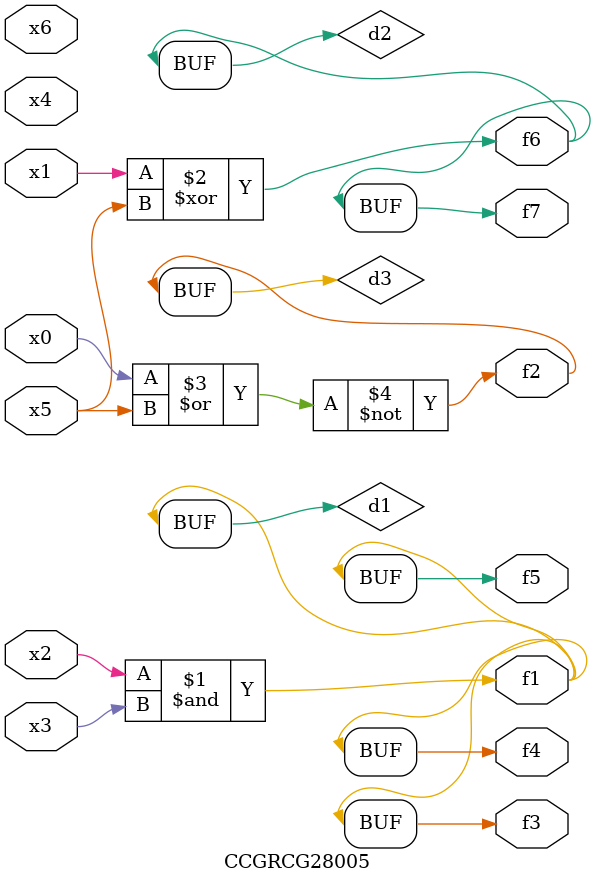
<source format=v>
module CCGRCG28005(
	input x0, x1, x2, x3, x4, x5, x6,
	output f1, f2, f3, f4, f5, f6, f7
);

	wire d1, d2, d3;

	and (d1, x2, x3);
	xor (d2, x1, x5);
	nor (d3, x0, x5);
	assign f1 = d1;
	assign f2 = d3;
	assign f3 = d1;
	assign f4 = d1;
	assign f5 = d1;
	assign f6 = d2;
	assign f7 = d2;
endmodule

</source>
